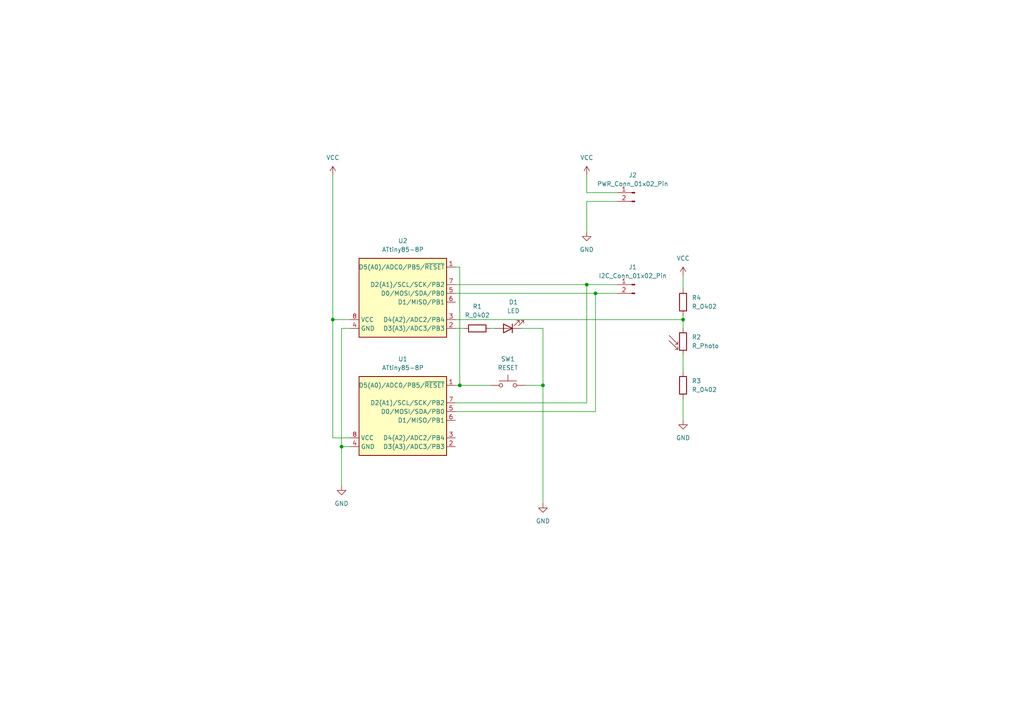
<source format=kicad_sch>
(kicad_sch (version 20230121) (generator eeschema)
  (paper "A4")
  (lib_symbols
    (symbol "Connector:Conn_01x02_Pin" (pin_names (offset 1.016) hide)
      (property "Reference" "J" (at 0 2.54 0))
      (property "Value" "Conn_01x02_Pin" (at 0 -5.08 0))
      (symbol "Conn_01x02_Pin_1_1"
        (polyline (pts (xy 1.27 -2.54) (xy 0.8636 -2.54)) (stroke (width 0.1524)))
        (polyline (pts (xy 1.27 0) (xy 0.8636 0)) (stroke (width 0.1524)))
        (rectangle (start 0.8636 -2.413) (end 0 -2.667) (stroke (width 0.1524)) (fill (type outline)))
        (rectangle (start 0.8636 0.127) (end 0 -0.127) (stroke (width 0.1524)) (fill (type outline)))
        (pin passive line (at 5.08 0 180) (length 3.81) (name "Pin_1") (number "1"))
        (pin passive line (at 5.08 -2.54 180) (length 3.81) (name "Pin_2") (number "2"))
      )
    )
    (symbol "Device:LED" (pin_numbers hide) (pin_names (offset 1.016) hide)
      (property "Reference" "D" (at 0 2.54 0))
      (property "Value" "LED" (at 0 -2.54 0))
      (symbol "LED_0_1"
        (polyline (pts (xy -1.27 -1.27) (xy -1.27 1.27)) (stroke (width 0.254)))
        (polyline (pts (xy -1.27 0) (xy 1.27 0)))
        (polyline (pts (xy 1.27 -1.27) (xy 1.27 1.27) (xy -1.27 0) (xy 1.27 -1.27)) (stroke (width 0.254)))
        (polyline (pts (xy -3.048 -0.762) (xy -4.572 -2.286) (xy -3.81 -2.286) (xy -4.572 -2.286) (xy -4.572 -1.524)))
        (polyline (pts (xy -1.778 -0.762) (xy -3.302 -2.286) (xy -2.54 -2.286) (xy -3.302 -2.286) (xy -3.302 -1.524)))
      )
      (symbol "LED_1_1"
        (pin passive line (at -3.81 0 0) (length 2.54) (name "K") (number "1"))
        (pin passive line (at 3.81 0 180) (length 2.54) (name "A") (number "2"))
      )
    )
    (symbol "Device:R_Photo" (pin_numbers hide) (pin_names (offset 0))
      (property "Reference" "R" (at 1.27 1.27 0))
      (property "Value" "R_Photo" (at 1.27 0 0))
      (symbol "R_Photo_0_1"
        (rectangle (start -1.016 2.54) (end 1.016 -2.54) (stroke (width 0.254)))
        (polyline (pts (xy -1.524 -2.286) (xy -4.064 0.254)))
        (polyline (pts (xy -1.524 -2.286) (xy -2.286 -2.286)))
        (polyline (pts (xy -1.524 -2.286) (xy -1.524 -1.524)))
        (polyline (pts (xy -1.524 -0.762) (xy -4.064 1.778)))
        (polyline (pts (xy -1.524 -0.762) (xy -2.286 -0.762)))
        (polyline (pts (xy -1.524 -0.762) (xy -1.524 0)))
      )
      (symbol "R_Photo_1_1"
        (pin passive line (at 0 3.81 270) (length 1.27) (name "~") (number "1"))
        (pin passive line (at 0 -3.81 90) (length 1.27) (name "~") (number "2"))
      )
    )
    (symbol "MCU_Microchip_ATtiny85:ATtiny85-8P"
      (property "Reference" "U" (at -12.7 21.59 0))
      (property "Value" "ATtiny85-8P" (at 2.54 -21.59 0))
      (symbol "ATtiny85-8P_0_1"
        (rectangle (start -12.7 2.54) (end 12.7 -20.32) (stroke (width 0.254)) (fill (type background)))
      )
      (symbol "ATtiny85-8P_1_1"
        (pin bidirectional line (at 15.24 0 180) (length 2.54) (name "D5(A0)/ADC0/PB5/~{RESET}") (number "1"))
        (pin bidirectional line (at 15.24 -17.78 180) (length 2.54) (name "D3(A3)/ADC3/PB3") (number "2"))
        (pin bidirectional line (at 15.24 -15.24 180) (length 2.54) (name "D4(A2)/ADC2/PB4") (number "3"))
        (pin power_out line (at -15.24 -17.78 0) (length 2.54) (name "GND") (number "4"))
        (pin bidirectional line (at 15.24 -7.62 180) (length 2.54) (name "D0/MOSI/SDA/PB0") (number "5"))
        (pin bidirectional line (at 15.24 -10.16 180) (length 2.54) (name "D1/MISO/PB1") (number "6"))
        (pin bidirectional line (at 15.24 -5.08 180) (length 2.54) (name "D2(A1)/SCL/SCK/PB2") (number "7"))
        (pin power_in line (at -15.24 -15.24 0) (length 2.54) (name "VCC") (number "8"))
      )
    )
    (symbol "PCM_Resistor_AKL:R_0402" (pin_numbers hide) (pin_names (offset 0))
      (property "Reference" "R" (at 2.54 1.27 0))
      (property "Value" "R_0402" (at 2.54 -1.27 0))
      (symbol "R_0402_0_1"
        (rectangle (start -1.016 -2.54) (end 1.016 2.54) (stroke (width 0.254)))
      )
      (symbol "R_0402_1_1"
        (pin passive line (at 0 3.81 270) (length 1.27) (name "~") (number "1"))
        (pin passive line (at 0 -3.81 90) (length 1.27) (name "~") (number "2"))
      )
    )
    (symbol "Switch:SW_Push" (pin_numbers hide) (pin_names (offset 1.016) hide)
      (property "Reference" "SW" (at 1.27 2.54 0))
      (property "Value" "SW_Push" (at 0 -1.524 0))
      (symbol "SW_Push_0_1"
        (circle (center -2.032 0) (radius 0.508))
        (polyline (pts (xy 0 1.27) (xy 0 3.048)))
        (polyline (pts (xy 2.54 1.27) (xy -2.54 1.27)))
        (circle (center 2.032 0) (radius 0.508))
        (pin passive line (at -5.08 0 0) (length 2.54) (name "1") (number "1"))
        (pin passive line (at 5.08 0 180) (length 2.54) (name "2") (number "2"))
      )
    )
    (symbol "power:GND" (power) (pin_names (offset 0))
      (property "Value" "GND" (at 0 -3.81 0))
      (symbol "GND_0_1"
        (polyline (pts (xy 0 0) (xy 0 -1.27) (xy 1.27 -1.27) (xy 0 -2.54) (xy -1.27 -1.27) (xy 0 -1.27)))
      )
      (symbol "GND_1_1"
        (pin power_in line (at 0 0 270) (length 0) hide (name "GND") (number "1"))
      )
    )
    (symbol "power:VCC" (power) (pin_names (offset 0))
      (property "Value" "VCC" (at 0 3.81 0))
      (symbol "VCC_0_1"
        (polyline (pts (xy -0.762 1.27) (xy 0 2.54)))
        (polyline (pts (xy 0 0) (xy 0 2.54)))
        (polyline (pts (xy 0 2.54) (xy 0.762 1.27)))
      )
      (symbol "VCC_1_1"
        (pin power_in line (at 0 0 90) (length 0) hide (name "VCC") (number "1"))
      )
    )
  )
  (junction (at 198.12 92.71))
  (junction (at 172.72 85.09))
  (junction (at 99.06 129.54))
  (junction (at 133.35 111.76))
  (junction (at 170.18 82.55))
  (junction (at 96.52 92.71))
  (junction (at 157.48 111.76))
  (wire (pts (xy 170.18 58.42) (xy 179.07 58.42)))
  (wire (pts (xy 198.12 92.71) (xy 198.12 95.25)))
  (wire (pts (xy 157.48 95.25) (xy 157.48 111.76)))
  (wire (pts (xy 198.12 80.01) (xy 198.12 83.82)))
  (wire (pts (xy 151.13 95.25) (xy 157.48 95.25)))
  (wire (pts (xy 198.12 91.44) (xy 198.12 92.71)))
  (wire (pts (xy 99.06 129.54) (xy 99.06 95.25)))
  (wire (pts (xy 133.35 111.76) (xy 142.24 111.76)))
  (wire (pts (xy 152.4 111.76) (xy 157.48 111.76)))
  (wire (pts (xy 172.72 85.09) (xy 172.72 119.38)))
  (wire (pts (xy 132.08 111.76) (xy 133.35 111.76)))
  (wire (pts (xy 172.72 85.09) (xy 179.07 85.09)))
  (wire (pts (xy 170.18 58.42) (xy 170.18 67.31)))
  (wire (pts (xy 132.08 119.38) (xy 172.72 119.38)))
  (wire (pts (xy 170.18 50.8) (xy 170.18 55.88)))
  (wire (pts (xy 142.24 95.25) (xy 143.51 95.25)))
  (wire (pts (xy 198.12 115.57) (xy 198.12 121.92)))
  (wire (pts (xy 96.52 127) (xy 96.52 92.71)))
  (wire (pts (xy 96.52 50.8) (xy 96.52 92.71)))
  (wire (pts (xy 157.48 111.76) (xy 157.48 146.05)))
  (wire (pts (xy 198.12 102.87) (xy 198.12 107.95)))
  (wire (pts (xy 132.08 85.09) (xy 172.72 85.09)))
  (wire (pts (xy 99.06 140.97) (xy 99.06 129.54)))
  (wire (pts (xy 133.35 77.47) (xy 132.08 77.47)))
  (wire (pts (xy 99.06 129.54) (xy 101.6 129.54)))
  (wire (pts (xy 99.06 95.25) (xy 101.6 95.25)))
  (wire (pts (xy 132.08 95.25) (xy 134.62 95.25)))
  (wire (pts (xy 101.6 92.71) (xy 96.52 92.71)))
  (wire (pts (xy 132.08 116.84) (xy 170.18 116.84)))
  (wire (pts (xy 170.18 82.55) (xy 179.07 82.55)))
  (wire (pts (xy 132.08 82.55) (xy 170.18 82.55)))
  (wire (pts (xy 170.18 82.55) (xy 170.18 116.84)))
  (wire (pts (xy 132.08 92.71) (xy 198.12 92.71)))
  (wire (pts (xy 133.35 111.76) (xy 133.35 77.47)))
  (wire (pts (xy 170.18 55.88) (xy 179.07 55.88)))
  (wire (pts (xy 101.6 127) (xy 96.52 127)))
  (symbol (lib_id "PCM_Resistor_AKL:R_0402") (at 138.43 95.25 270) (unit 1)
    (property "Reference" "R1" (at 138.43 88.9 90))
    (property "Value" "R_0402" (at 138.43 91.44 90))
    (property "Footprint" "Resistor_SMD_AKL:R_0402_1005Metric" (effects hide))
  )
  (symbol (lib_id "MCU_Microchip_ATtiny85:ATtiny85-8P") (at 116.84 111.76 0) (unit 1)
    (property "Reference" "U1" (at 116.84 104.14 0))
    (property "Value" "ATtiny85-8P" (at 116.84 106.68 0))
    (property "Footprint" "Package_DIP:DIP-8_W7.62mm" (effects hide))
    (property "Datasheet" "http://ww1.microchip.com/downloads/en/DeviceDoc/doc8006.pdf" (effects hide))
  )
  (symbol (lib_id "Connector:Conn_01x02_Pin") (at 184.15 55.88 0) (mirror y) (unit 1)
    (property "Reference" "J2" (at 183.515 50.8 0))
    (property "Value" "PWR_Conn_01x02_Pin" (at 183.515 53.34 0))
    (property "Footprint" "Connector_PinHeader_2.54mm:PinHeader_1x02_P2.54mm_Vertical" (effects hide))
  )
  (symbol (lib_id "PCM_Resistor_AKL:R_0402") (at 198.12 111.76 180) (unit 1)
    (property "Reference" "R3" (at 200.66 110.49 0) (effects (justify right)))
    (property "Value" "R_0402" (at 200.66 113.03 0) (effects (justify right)))
    (property "Footprint" "Resistor_SMD_AKL:R_0402_1005Metric" (effects hide))
  )
  (symbol (lib_id "Device:R_Photo") (at 198.12 99.06 0) (unit 1)
    (property "Reference" "R2" (at 200.66 97.79 0) (effects (justify left)))
    (property "Value" "R_Photo" (at 200.66 100.33 0) (effects (justify left)))
    (property "Footprint" "LED_THT:LED_D5.0mm" (effects hide))
  )
  (symbol (lib_id "Switch:SW_Push") (at 147.32 111.76 0) (unit 1)
    (property "Reference" "SW1" (at 147.32 104.14 0))
    (property "Value" "RESET" (at 147.32 106.68 0))
    (property "Footprint" "Button_Switch_THT:SW_PUSH_6mm_H5mm" (effects hide))
  )
  (symbol (lib_id "power:VCC") (at 198.12 80.01 0) (unit 1)
    (property "Reference" "#PWR06" (effects hide))
    (property "Value" "VCC" (at 198.12 74.93 0))
  )
  (symbol (lib_id "Connector:Conn_01x02_Pin") (at 184.15 82.55 0) (mirror y) (unit 1)
    (property "Reference" "J1" (at 183.515 77.47 0))
    (property "Value" "I2C_Conn_01x02_Pin" (at 183.515 80.01 0))
    (property "Footprint" "Connector_PinHeader_2.54mm:PinHeader_1x02_P2.54mm_Vertical" (effects hide))
  )
  (symbol (lib_id "PCM_Resistor_AKL:R_0402") (at 198.12 87.63 180) (unit 1)
    (property "Reference" "R4" (at 200.66 86.36 0) (effects (justify right)))
    (property "Value" "R_0402" (at 200.66 88.9 0) (effects (justify right)))
    (property "Footprint" "Resistor_SMD_AKL:R_0402_1005Metric" (effects hide))
  )
  (symbol (lib_id "power:GND") (at 99.06 140.97 0) (unit 1)
    (property "Reference" "#PWR01" (effects hide))
    (property "Value" "GND" (at 99.06 146.05 0))
  )
  (symbol (lib_id "power:GND") (at 157.48 146.05 0) (unit 1)
    (property "Reference" "#PWR04" (effects hide))
    (property "Value" "GND" (at 157.48 151.13 0))
  )
  (symbol (lib_id "power:VCC") (at 170.18 50.8 0) (unit 1)
    (property "Reference" "#PWR03" (effects hide))
    (property "Value" "VCC" (at 170.18 45.72 0))
  )
  (symbol (lib_id "MCU_Microchip_ATtiny85:ATtiny85-8P") (at 116.84 77.47 0) (unit 1)
    (property "Reference" "U2" (at 116.84 69.85 0))
    (property "Value" "ATtiny85-8P" (at 116.84 72.39 0))
    (property "Footprint" "Package_DIP:DIP-8_W7.62mm" (effects hide))
    (property "Datasheet" "http://ww1.microchip.com/downloads/en/DeviceDoc/doc8006.pdf" (effects hide))
  )
  (symbol (lib_id "power:GND") (at 198.12 121.92 0) (unit 1)
    (property "Reference" "#PWR08" (effects hide))
    (property "Value" "GND" (at 198.12 127 0))
  )
  (symbol (lib_id "power:GND") (at 170.18 67.31 0) (unit 1)
    (property "Reference" "#PWR02" (effects hide))
    (property "Value" "GND" (at 170.18 72.39 0))
  )
  (symbol (lib_id "Device:LED") (at 147.32 95.25 180) (unit 1)
    (property "Reference" "D1" (at 148.9075 87.63 0))
    (property "Value" "LED" (at 148.9075 90.17 0))
    (property "Footprint" "LED_THT:LED_D5.0mm" (effects hide))
  )
  (symbol (lib_id "power:VCC") (at 96.52 50.8 0) (unit 1)
    (property "Reference" "#PWR07" (effects hide))
    (property "Value" "VCC" (at 96.52 45.72 0))
  )
)
</source>
